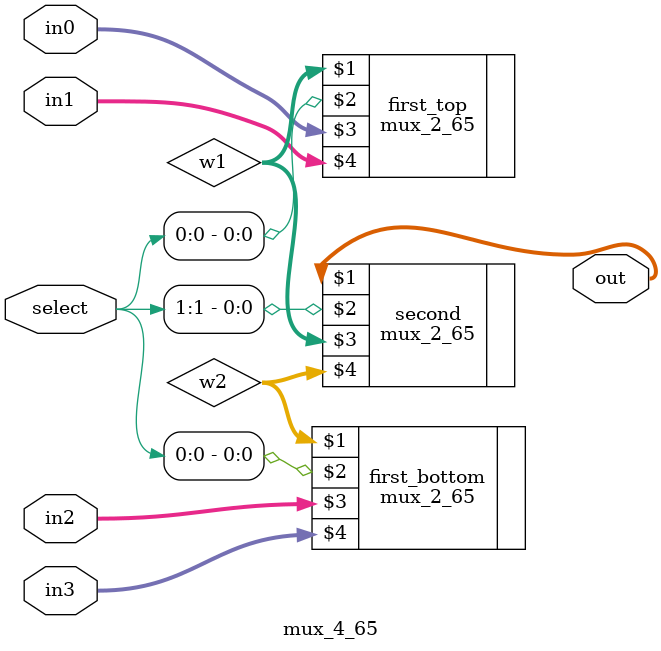
<source format=v>
module mux_4_65(out, select, in0, in1, in2, in3);
    input [1:0] select;
    input [64:0] in0, in1, in2, in3;
    output [64:0] out;
    wire [64:0] w1, w2;
    
    mux_2_65 first_top(w1, select[0], in0, in1);
    mux_2_65 first_bottom(w2, select[0], in2, in3);
    mux_2_65 second(out, select[1], w1, w2);
endmodule
</source>
